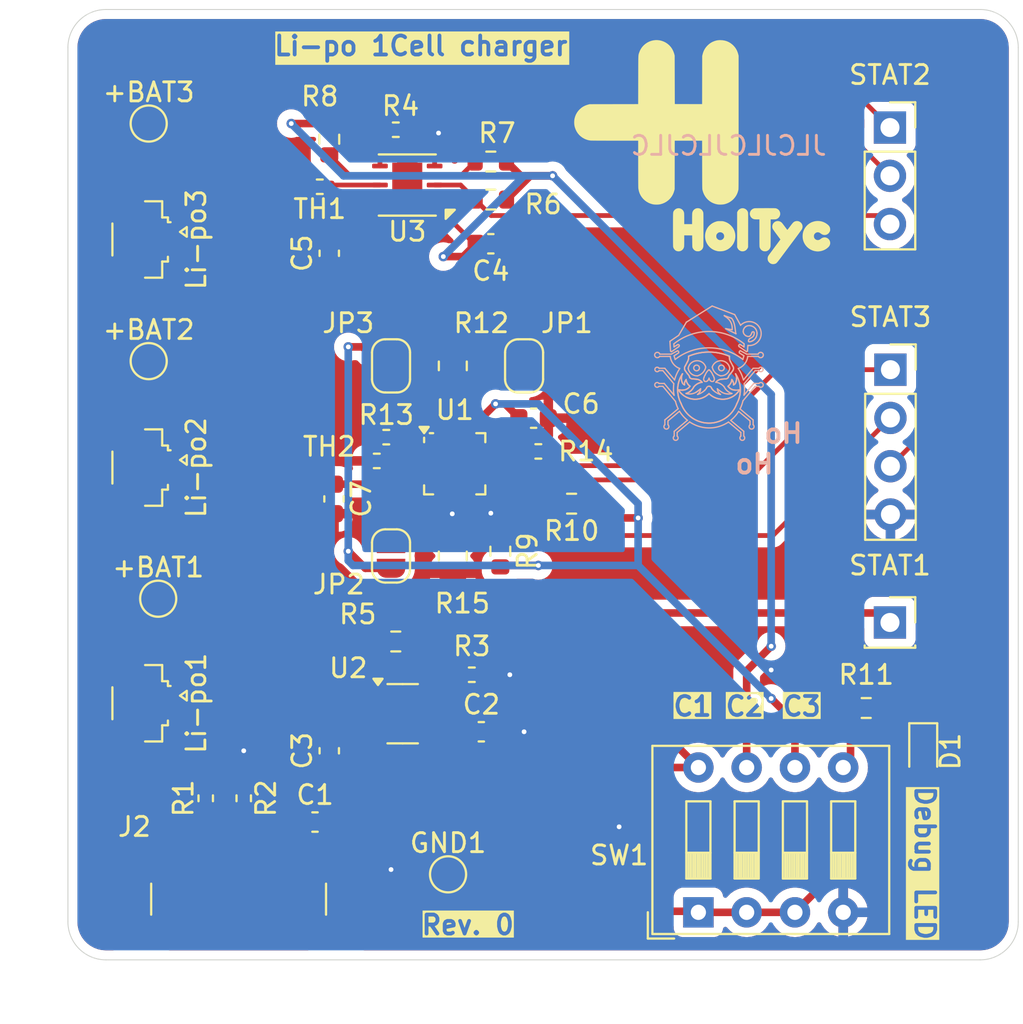
<source format=kicad_pcb>
(kicad_pcb (version 20240108) (generator "pcbnew") (generator_version "8.0")
  (layers (0 "F.Cu" signal) (31 "B.Cu" signal) (34 "B.Paste" user) (35 "F.Paste" user) (36 "B.SilkS" user "B.Silkscreen") (37 "F.SilkS" user "F.Silkscreen") (38 "B.Mask" user) (39 "F.Mask" user) (44 "Edge.Cuts" user))
  (net 0 "")
  (net 1 "+BATT")
  (net 2 "+BATT1")
  (net 3 "+BATT2")
  (net 4 "VBUS")
  (net 5 "GND")
  (net 6 "Net-(J2-CC1)")
  (net 7 "Net-(J2-CC2)")
  (net 8 "Net-(U2-PROG)")
  (net 9 "Net-(U3-PROG)")
  (net 10 "Net-(U1-ISET)")
  (net 11 "Net-(U1-ILIM)")
  (net 12 "Net-(U3-THERM)")
  (net 13 "Net-(U1-TS)")
  (net 14 "Net-(JP2-B)")
  (net 15 "Vbus_3")
  (net 16 "OUT")
  (net 17 "Net-(JP3-B)")
  (net 18 "Net-(JP1-B)")
  (net 19 "Net-(STAT3-Pin_2)")
  (net 20 "Net-(STAT3-Pin_1)")
  (net 21 "Vbus_1")
  (net 22 "Net-(STAT1-Pin_1)")
  (net 23 "Vbus_2")
  (net 24 "Net-(STAT2-Pin_2)")
  (net 25 "Net-(STAT2-Pin_3)")
  (net 26 "Net-(STAT2-Pin_1)")
  (net 27 "Net-(D1-K)")
  (net 28 "Net-(R11-Pad2)")
  (footprint "Jumper:SolderJumper-2_P1.3mm_Open_RoundedPad1.0x1.5mm" (layer "F.Cu") (at 156.25 75.25 -90)
    (property "Reference" "JP3")
    (property "Value" "SolderJumper_2_Open" (hide yes))
  )
  (footprint "Resistor_SMD:R_0402_1005Metric" (layer "F.Cu") (at 152.5 65.825 180)
    (property "Reference" "TH1")
    (property "Value" "Thermistor_NTC" (hide yes))
  )
  (footprint "Resistor_SMD:R_0402_1005Metric" (layer "F.Cu") (at 164 79.75 180)
    (property "Reference" "R14")
    (property "Value" "4.3k")
  )
  (footprint "Resistor_SMD:R_0805_2012Metric" (layer "F.Cu") (at 159.5 85.25 90)
    (property "Reference" "R15")
    (property "Value" "0")
  )
  (footprint "Connector_JST:JST_SUR_SM02B-SURS-TF_1x02-1MP_P0.80mm_Horizontal" (layer "F.Cu") (at 143 80.6 -90)
    (property "Reference" "Li-po2")
    (property "Value" "Conn_01x02_Socket" (hide yes))
  )
  (footprint "Button_Switch_THT:SW_DIP_SPSTx04_Slide_9.78x12.34mm_W7.62mm_P2.54mm" (layer "F.Cu") (at 172.42 104 90)
    (property "Reference" "SW1")
    (property "Value" "SW_DIP_x04" (hide yes))
  )
  (footprint "Capacitor_SMD:C_0603_1608Metric" (layer "F.Cu") (at 153 95.5 90)
    (property "Reference" "C3")
    (property "Value" "4.7uF" (hide yes))
  )
  (footprint "Connector_PinSocket_2.54mm:PinSocket_1x01_P2.54mm_Vertical" (layer "F.Cu") (at 182.5 88.75)
    (property "Reference" "STAT1")
    (property "Value" "STAT" (hide yes))
  )
  (footprint "Resistor_SMD:R_0603_1608Metric" (layer "F.Cu") (at 181.25 93.25 180)
    (property "Reference" "R11")
    (property "Value" "330")
  )
  (footprint "Resistor_SMD:R_0603_1608Metric" (layer "F.Cu") (at 165.75 82.5 180)
    (property "Reference" "R10")
    (property "Value" "10k")
  )
  (footprint "Capacitor_SMD:C_0603_1608Metric" (layer "F.Cu") (at 153.25 82.25 -90)
    (property "Reference" "C7")
    (property "Value" "4.7uF")
  )
  (footprint "Resistor_SMD:R_0603_1608Metric" (layer "F.Cu") (at 162 85 -90)
    (property "Reference" "R9")
    (property "Value" "10k")
  )
  (footprint "Resistor_SMD:R_0402_1005Metric" (layer "F.Cu") (at 156 79)
    (property "Reference" "R13")
    (property "Value" "4.3k")
  )
  (footprint "Capacitor_SMD:C_0603_1608Metric" (layer "F.Cu") (at 161.5 68.825 180)
    (property "Reference" "C4")
    (property "Value" "1uF" (hide yes))
  )
  (footprint "Package_TO_SOT_SMD:SOT-23-5" (layer "F.Cu") (at 156.8625 93.55)
    (property "Reference" "U2")
    (property "Value" "MCP73831-3-OT" (hide yes))
  )
  (footprint "Resistor_SMD:R_0402_1005Metric" (layer "F.Cu") (at 146.5 98 90)
    (property "Reference" "R1")
    (property "Value" "5K1")
  )
  (footprint "TestPoint:TestPoint_Pad_D1.5mm" (layer "F.Cu") (at 159.25 102)
    (property "Reference" "GND1")
    (property "Value" "GND" (hide yes))
  )
  (footprint "Resistor_SMD:R_0402_1005Metric" (layer "F.Cu") (at 156.5 62.825 180)
    (property "Reference" "R4")
    (property "Value" "5K1" (hide yes))
  )
  (footprint "Capacitor_SMD:C_0603_1608Metric" (layer "F.Cu") (at 163.75 78 180)
    (property "Reference" "C6")
    (property "Value" "1uF")
  )
  (footprint "Jumper:SolderJumper-2_P1.3mm_Open_RoundedPad1.0x1.5mm" (layer "F.Cu") (at 156.25 85.25 90)
    (property "Reference" "JP2")
    (property "Value" "SolderJumper_2_Open" (hide yes))
  )
  (footprint "Resistor_SMD:R_0603_1608Metric" (layer "F.Cu") (at 161.5 66.5 180)
    (property "Reference" "R6")
    (property "Value" "10k" (hide yes))
  )
  (footprint "Resistor_SMD:R_0402_1005Metric" (layer "F.Cu") (at 160.5 91.5 180)
    (property "Reference" "R3")
    (property "Value" "5K1" (hide yes))
  )
  (footprint "Resistor_SMD:R_0805_2012Metric" (layer "F.Cu") (at 159.5 75.25 -90)
    (property "Reference" "R12")
    (property "Value" "0")
  )
  (footprint "Capacitor_SMD:C_0603_1608Metric" (layer "F.Cu") (at 153 69.325 90)
    (property "Reference" "C5")
    (property "Value" "1uF")
  )
  (footprint "Resistor_SMD:R_0603_1608Metric" (layer "F.Cu") (at 156.5 89.75)
    (property "Reference" "R5")
    (property "Value" "10k" (hide yes))
  )
  (footprint "Jumper:SolderJumper-2_P1.3mm_Open_RoundedPad1.0x1.5mm" (layer "F.Cu") (at 163.25 75.25 -90)
    (property "Reference" "JP1")
    (property "Value" "SolderJumper_2_Open" (hide yes))
  )
  (footprint "Package_DFN_QFN:VQFN-16-1EP_3x3mm_P0.5mm_EP1.6x1.6mm" (layer "F.Cu") (at 159.6 80.4)
    (property "Reference" "U1")
    (property "Value" "BQ24073RGT" (hide yes))
  )
  (footprint "TestPoint:TestPoint_Pad_D1.5mm" (layer "F.Cu") (at 144 87.5)
    (property "Reference" "+BAT1")
    (property "Value" "2.8-4.35V" (hide yes))
  )
  (footprint "Connector_PinSocket_2.54mm:PinSocket_1x04_P2.54mm_Vertical" (layer "F.Cu") (at 182.525 75.45)
    (property "Reference" "STAT3")
    (property "Value" "Conn_01x04_Pin" (hide yes))
  )
  (footprint "Resistor_SMD:R_0402_1005Metric" (layer "F.Cu") (at 148.5 98 -90)
    (property "Reference" "R2")
    (property "Value" "5K1")
  )
  (footprint "Connector_JST:JST_SUR_SM02B-SURS-TF_1x02-1MP_P0.80mm_Horizontal" (layer "F.Cu") (at 143 93 -90)
    (property "Reference" "Li-po1")
    (property "Value" "Conn_01x02_Socket" (hide yes))
  )
  (footprint "Connector_JST:JST_SUR_SM02B-SURS-TF_1x02-1MP_P0.80mm_Horizontal" (layer "F.Cu") (at 143 68.6 -90)
    (property "Reference" "Li-po3")
    (property "Value" "Conn_01x02_Socket" (hide yes))
  )
  (footprint "TestPoint:TestPoint_Pad_D1.5mm" (layer "F.Cu") (at 143.5 62.5)
    (property "Reference" "+BAT3")
    (property "Value" "2.8-4.35V" (hide yes))
  )
  (footprint "Connector_USB:USB_C_Receptacle_GCT_USB4135-GF-A_6P_TopMnt_Horizontal" (layer "F.Cu") (at 148.23 104.5325)
    (property "Reference" "J2")
    (property "Value" "USB_C_Receptacle_PowerOnly_6P")
  )
  (footprint "LOGO" (layer "F.Cu") (at 173.5 64.25)
    (property "Reference" "G***" (hide yes))
    (property "Value" "LOGO" (hide yes))
  )
  (footprint "Resistor_SMD:R_0603_1608Metric" (layer "F.Cu") (at 161.5 64.5 180)
    (property "Reference" "R7")
    (property "Value" "10k" (hide yes))
  )
  (footprint "Capacitor_SMD:C_0603_1608Metric" (layer "F.Cu") (at 152.25 99.25)
    (property "Reference" "C1")
    (property "Value" "10u")
  )
  (footprint "Connector_PinSocket_2.54mm:PinSocket_1x03_P2.54mm_Vertical" (layer "F.Cu") (at 182.5 62.71)
    (property "Reference" "STAT2")
    (property "Value" "STAT" (hide yes))
  )
  (footprint "Capacitor_SMD:C_0603_1608Metric" (layer "F.Cu") (at 161 94.5)
    (property "Reference" "C2")
    (property "Value" "4.7uF" (hide yes))
  )
  (footprint "Resistor_SMD:R_0402_1005Metric" (layer "F.Cu") (at 155.5 80.25 180)
    (property "Reference" "TH2")
    (property "Value" "Thermistor_NTC" (hide yes))
  )
  (footprint "LED_SMD:LED_0603_1608Metric" (layer "F.Cu") (at 184.25 95.5375 -90)
    (property "Reference" "D1")
    (property "Value" "LED")
  )
  (footprint "Resistor_SMD:R_0603_1608Metric" (layer "F.Cu") (at 153 63.325 -90)
    (property "Reference" "R8")
    (property "Value" "10k" (hide yes))
  )
  (footprint "TestPoint:TestPoint_Pad_D1.5mm" (layer "F.Cu") (at 143.5 75)
    (property "Reference" "+BAT2")
    (property "Value" "2.8-4.35V" (hide yes))
  )
  (footprint "Package_DFN_QFN:DFN-10-1EP_3x3mm_P0.5mm_EP1.58x2.35mm" (layer "F.Cu") (at 157.105 65.735 180)
    (property "Reference" "U3")
    (property "Value" "MCP73833-xxx-MF" (hide yes))
  )
  (gr_arc (start 171.324274 74.136233) (mid 171.406185 74.155801) (end 171.389588 74.238365) (stroke (width 0.07)) (layer "B.SilkS"))
  (gr_line (start 171.129006 76.18944) (end 170.550497 75.5) (stroke (width 0.07)) (layer "B.SilkS"))
  (gr_line (start 174.828108 76.18944) (end 175.406617 75.5) (stroke (width 0.07)) (layer "B.SilkS"))
  (gr_arc (start 172.807803 75.315087) (mid 172.655386 75.60362) (end 172.375525 75.771431) (stroke (width 0.07)) (layer "B.SilkS"))
  (gr_arc (start 171.687454 76.250041) (mid 171.704676 76.102298) (end 171.776698 75.972154) (stroke (width 0.07)) (layer "B.SilkS"))
  (gr_arc (start 170.82011 78.345694) (mid 170.737901 78.575148) (end 170.655693 78.345694) (stroke (width 0.07)) (layer "B.SilkS"))
  (gr_arc (start 172.843646 76.422236) (mid 172.894581 76.348921) (end 172.978557 76.31863) (stroke (width 0.07)) (layer "B.SilkS"))
  (gr_arc (start 171.902786 74.743437) (mid 172.978557 74.522795) (end 174.054328 74.743437) (stroke (width 0.07)) (layer "B.SilkS"))
  (gr_arc (start 171.885762 75.377419) (mid 172.322002 74.979693) (end 172.807803 75.315087) (stroke (width 0.07)) (layer "B.SilkS"))
  (gr_arc (start 172.999768 75.46603) (mid 173.106084 75.588616) (end 173.180741 75.732688) (stroke (width 0.07)) (layer "B.SilkS"))
  (gr_line (start 174.629472 74.452611) (end 174.963916 74.633021) (stroke (width 0.07)) (layer "B.SilkS"))
  (gr_arc (start 174.592699 76.50367) (mid 173.835557 76.996861) (end 172.978557 76.710415) (stroke (width 0.07)) (layer "B.SilkS"))
  (gr_line (start 171.722426 75.492125) (end 171.843098 75.660807) (stroke (width 0.07)) (layer "B.SilkS"))
  (gr_arc (start 174.539489 77.64432) (mid 174.351283 77.898914) (end 174.121828 78.117065) (stroke (width 0.07)) (layer "B.SilkS"))
  (gr_curve (pts (xy 175.448545 73.75607) (xy 175.485442 73.687107) (xy 175.506993 73.605559) (xy 175.504596 73.524955)) (stroke (width 0.07)) (layer "B.SilkS"))
  (gr_arc (start 174.184925 76.703047) (mid 173.944142 76.569851) (end 173.775675 76.352281) (stroke (width 0.07)) (layer "B.SilkS"))
  (gr_arc (start 171.902786 74.743437) (mid 171.897736 74.890867) (end 171.845694 75.028899) (stroke (width 0.07)) (layer "B.SilkS"))
  (gr_line (start 175.302416 75.376605) (end 175.606617 75.376605) (stroke (width 0.07)) (layer "B.SilkS"))
  (gr_arc (start 174.11142 75.028899) (mid 174.059377 74.890867) (end 174.054328 74.743437) (stroke (width 0.07)) (layer "B.SilkS"))
  (gr_arc (start 171.722426 75.492125) (mid 171.690231 75.367056) (end 171.734104 75.24559) (stroke (width 0.07)) (layer "B.SilkS"))
  (gr_arc (start 172.296137 76.63885) (mid 172.040631 76.723735) (end 171.772189 76.703047) (stroke (width 0.07)) (layer "B.SilkS"))
  (gr_arc (start 174.579404 74.569246) (mid 174.57514 74.498345) (end 174.629472 74.452611) (stroke (width 0.07)) (layer "B.SilkS"))
  (gr_line (start 170.625528 76.176605) (end 171.144281 76.794831) (stroke (width 0.07)) (layer "B.SilkS"))
  (gr_arc (start 171.125655 76.709662) (mid 171.109483 76.449436) (end 171.129006 76.18944) (stroke (width 0.07)) (layer "B.SilkS"))
  (gr_line (start 174.234688 75.492125) (end 174.114016 75.660807) (stroke (width 0.07)) (layer "B.SilkS"))
  (gr_arc (start 174.184925 76.703047) (mid 173.916483 76.723735) (end 173.660977 76.63885) (stroke (width 0.07)) (layer "B.SilkS"))
  (gr_line (start 170.993198 74.633021) (end 170.393198 74.633021) (stroke (width 0.07)) (layer "B.SilkS"))
  (gr_arc (start 174.071352 75.377419) (mid 173.903446 75.670107) (end 173.581589 75.771431) (stroke (width 0.07)) (layer "B.SilkS"))
  (gr_arc (start 172.540853 76.454081) (mid 172.489947 76.620742) (end 172.376915 76.753374) (stroke (width 0.07)) (layer "B.SilkS"))
  (gr_arc (start 172.540853 76.454081) (mid 172.422154 76.551311) (end 172.296137 76.63885) (stroke (width 0.07)) (layer "B.SilkS"))
  (gr_arc (start 171.722426 75.492125) (mid 171.690231 75.367056) (end 171.734104 75.24559) (stroke (width 0.07)) (layer "B.SilkS"))
  (gr_line (start 174.820287 74.2514) (end 174.82738 74.091557) (stroke (width 0.07)) (layer "B.SilkS"))
  (gr_line (start 174.831459 76.709662) (end 174.817356 76.78944) (stroke (width 0.07)) (layer "B.SilkS"))
  (gr_arc (start 174.567526 74.238365) (mid 174.550923 74.155751) (end 174.63284 74.136233) (stroke (width 0.07)) (layer "B.SilkS"))
  (gr_arc (start 172.978557 75.896749) (mid 172.955975 75.960945) (end 172.917092 76.016796) (stroke (width 0.07)) (layer "B.SilkS"))
  (gr_line (start 171.324274 74.136233) (end 171.136827 74.2514) (stroke (width 0.07)) (layer "B.SilkS"))
  (gr_arc (start 171.010711 74.500408) (mid 170.971968 74.490852) (end 170.953438 74.455511) (stroke (width 0.07)) (layer "B.SilkS"))
  (gr_line (start 173.859402 73.291733) (end 174.396642 73.559051) (stroke (width 0.07)) (layer "B.SilkS"))
  (gr_arc (start 171.511808 77.232596) (mid 171.331551 76.440128) (end 171.582959 75.667282) (stroke (width 0.07)) (layer "B.SilkS"))
  (gr_arc (start 172.129858 75.935888) (mid 172.040797 75.919287) (end 171.967663 75.86582) (stroke (width 0.07)) (layer "B.SilkS"))
  (gr_arc (start 172.776373 75.732688) (mid 172.85103 75.588616) (end 172.957346 75.46603) (stroke (width 0.07)) (layer "B.SilkS"))
  (gr_arc (start 174.828108 76.18944) (mid 174.847631 76.449436) (end 174.831459 76.709662) (stroke (width 0.07)) (layer "B.SilkS"))
  (gr_line (start 173.827256 75.935888) (end 173.642358 75.950997) (stroke (width 0.07)) (layer "B.SilkS"))
  (gr_curve (pts (xy 175.278855 73.927295) (xy 175.358693 73.882178) (xy 175.411396 73.825502) (xy 175.448545 73.75607)) (stroke (width 0.07)) (layer "B.SilkS"))
  (gr_arc (start 171.843098 75.660807) (mid 171.920115 75.754361) (end 171.967663 75.86582) (stroke (width 0.07)) (layer "B.SilkS"))
  (gr_arc (start 174.592699 76.50367) (mid 174.475638 76.5231) (end 174.356981 76.52414) (stroke (width 0.07)) (layer "B.SilkS"))
  (gr_arc (start 174.374155 75.667282) (mid 174.625563 76.440128) (end 174.445306 77.232596) (stroke (width 0.07)) (layer "B.SilkS"))
  (gr_circle (center 173.632119 75.359296) (end 173.782119 75.359296) (stroke (width 0.07)) (fill none) (layer "B.SilkS"))
  (gr_arc (start 171.978693 76.319322) (mid 171.8139 76.46699) (end 171.600133 76.52414) (stroke (width 0.07)) (layer "B.SilkS"))
  (gr_circle (center 172.324995 75.359296) (end 172.474995 75.359296) (stroke (width 0.07)) (fill none) (layer "B.SilkS"))
  (gr_line (start 174.539489 77.64432) (end 175.137004 78.145694) (stroke (width 0.07)) (layer "B.SilkS"))
  (gr_arc (start 172.314756 75.950997) (mid 172.48265 76.000166) (end 172.617397 76.111741) (stroke (width 0.07)) (layer "B.SilkS"))
  (gr_line (start 171.961277 78.198471) (end 171.303168 78.75069) (stroke (width 0.07)) (layer "B.SilkS"))
  (gr_arc (start 170.35 76.323396) (mid 170.125956 76.25) (end 170.35 76.176605) (stroke (width 0.07)) (layer "B.SilkS"))
  (gr_line (start 174.22301 75.24559) (end 174.11142 75.028899) (stroke (width 0.07)) (layer "B.SilkS"))
  (gr_arc (start 173.23844 75.858808) (mid 173.259737 75.958464) (end 173.220465 76.052499) (stroke (width 0.07)) (layer "B.SilkS"))
  (gr_line (start 170.923506 73.956408) (end 170.953438 74.455511) (stroke (width 0.07)) (layer "B.SilkS"))
  (gr_line (start 174.002808 78.20432) (end 174.653946 78.75069) (stroke (width 0.07)) (layer "B.SilkS"))
  (gr_line (start 171.136827 74.2514) (end 171.129734 74.091557) (stroke (width 0.07)) (layer "B.SilkS"))
  (gr_line (start 173.781214 72.604218) (end 174.168559 72.745316) (stroke (width 0.07)) (layer "B.SilkS"))
  (gr_curve (pts (xy 174.396642 73.559051) (xy 174.360729 73.491551) (xy 174.367848 72.970903) (xy 174.168559 72.745316)) (stroke (width 0.07)) (layer "B.SilkS"))
  (gr_arc (start 171.842916 78.110662) (mid 171.614719 77.891254) (end 171.42796 77.635647) (stroke (width 0.07)) (layer "B.SilkS"))
  (gr_arc (start 171.303168 78.941669) (mid 171.226142 79.167895) (end 171.149117 78.941669) (stroke (width 0.07)) (layer "B.SilkS"))
  (gr_curve (pts (xy 174.77977 73.452779) (xy 174.786478 73.540508) (xy 174.841878 73.616895) (xy 174.914907 73.661628)) (stroke (width 0.07)) (layer "B.SilkS"))
  (gr_line (start 171.386402 73.641245) (end 170.923506 73.956408) (stroke (width 0.07)) (layer "B.SilkS"))
  (gr_line (start 175.331586 76.176605) (end 175.607114 76.176605) (stroke (width 0.07)) (layer "B.SilkS"))
  (gr_line (start 170.55 76.323396) (end 170.35 76.323396) (stroke (width 0.07)) (layer "B.SilkS"))
  (gr_arc (start 174.180416 75.972154) (mid 174.117076 76.167648) (end 173.978421 76.319322) (stroke (width 0.07)) (layer "B.SilkS"))
  (gr_line (start 171.14122 74.720508) (end 171.198039 74.911696) (stroke (width 0.07)) (layer "B.SilkS"))
  (gr_line (start 173.642358 75.950997) (end 173.827256 75.935888) (stroke (width 0.07)) (layer "B.SilkS"))
  (gr_line (start 172.129858 75.935888) (end 172.314756 75.950997) (stroke (width 0.07)) (layer "B.SilkS"))
  (gr_arc (start 174.374155 75.667282) (mid 174.625563 76.440128) (end 174.445306 77.232596) (stroke (width 0.07)) (layer "B.SilkS"))
  (gr_curve (pts (xy 175.357591 73.506332) (xy 175.365989 73.755255) (xy 175.182641 73.758092) (xy 175.10072 73.832852)) (stroke (width 0.07)) (layer "B.SilkS"))
  (gr_line (start 175.003676 74.455511) (end 175.025773 74.176384) (stroke (width 0.07)) (layer "B.SilkS"))
  (gr_arc (start 174.180416 75.972154) (mid 174.252439 76.102298) (end 174.26966 76.250041) (stroke (width 0.07)) (layer "B.SilkS"))
  (gr_arc (start 171.978693 76.319322) (mid 171.840037 76.167649) (end 171.776698 75.972154) (stroke (width 0.07)) (layer "B.SilkS"))
  (gr_line (start 171.010711 74.500408) (end 171.389588 74.238365) (stroke (width 0.07)) (layer "B.SilkS"))
  (gr_arc (start 174.592699 76.50367) (mid 173.835557 76.996861) (end 172.978557 76.710415) (stroke (width 0.07)) (layer "B.SilkS"))
  (gr_arc (start 171.582959 76.153333) (mid 171.528586 75.910308) (end 171.582959 75.667282) (stroke (width 0.07)) (layer "B.SilkS"))
  (gr_line (start 174.121828 78.117065) (end 174.807997 78.692829) (stroke (width 0.07)) (layer "B.SilkS"))
  (gr_line (start 171.214769 77.115637) (end 170.55 76.323396) (stroke (width 0.07)) (layer "B.SilkS"))
  (gr_arc (start 172.540853 76.454081) (mid 172.422154 76.551311) (end 172.296137 76.63885) (stroke (width 0.07)) (layer "B.SilkS"))
  (gr_arc (start 173.989451 75.86582) (mid 174.03699 75.754353) (end 174.114016 75.660807) (stroke (width 0.07)) (layer "B.SilkS"))
  (gr_curve (pts (xy 175.504596 73.524955) (xy 175.502172 73.443464) (xy 175.475269 73.362938) (xy 175.424742 73.295375)) (stroke (width 0.07)) (layer "B.SilkS"))
  (gr_arc (start 171.356121 77.505099) (mid 171.274335 77.3144) (end 171.214769 77.115637) (stroke (width 0.07)) (layer "B.SilkS"))
  (gr_arc (start 171.582959 76.153333) (mid 171.528586 75.910308) (end 171.582959 75.667282) (stroke (width 0.07)) (layer "B.SilkS"))
  (gr_arc (start 171.687454 76.250041) (mid 171.625365 76.212321) (end 171.582959 76.153333) (stroke (width 0.07)) (layer "B.SilkS"))
  (gr_arc (start 173.989451 75.86582) (mid 173.916316 75.919285) (end 173.827256 75.935888) (stroke (width 0.07)) (layer "B.SilkS"))
  (gr_arc (start 172.978557 76.710415) (mid 172.121557 76.996861) (end 171.364415 76.50367) (stroke (width 0.07)) (layer "B.SilkS"))
  (gr_arc (start 172.181439 76.352281) (mid 172.012973 76.569852) (end 171.772189 76.703047) (stroke (width 0.07)) (layer "B.SilkS"))
  (gr_line (start 172.957346 75.46603) (end 172.999768 75.46603) (stroke (width 0.07)) (layer "B.SilkS"))
  (gr_line (start 175.406617 75.5) (end 175.606617 75.5) (stroke (width 0.07)) (layer "B.SilkS"))
  (gr_line (start 171.303168 78.75069) (end 171.303168 78.941669) (stroke (width 0.07)) (layer "B.SilkS"))
  (gr_arc (start 171.978693 76.319322) (mid 171.8139 76.46699) (end 171.600133 76.52414) (stroke (width 0.07)) (layer "B.SilkS"))
  (gr_line (start 171.149117 78.692829) (end 171.842916 78.110662) (stroke (width 0.07)) (layer "B.SilkS"))
  (gr_line (start 173.859402 73.291733) (end 174.199115 73.348352) (stroke (width 0.07)) (layer "B.SilkS"))
  (gr_arc (start 172.978557 76.31863) (mid 173.062533 76.348921) (end 173.113468 76.422236) (stroke (width 0.07)) (layer "B.SilkS"))
  (gr_line (start 174.946403 74.500408) (end 174.567526 74.238365) (stroke (width 0.07)) (layer "B.SilkS"))
  (gr_arc (start 170.350497 75.5) (mid 170.132995 75.438302) (end 170.350497 75.376605) (stroke (width 0.07)) (layer "B.SilkS"))
  (gr_line (start 174.788186 75.98944) (end 175.302416 75.376605) (stroke (width 0.07)) (layer "B.SilkS"))
  (gr_arc (start 174.374155 75.667282) (mid 174.428529 75.910308) (end 174.374155 76.153333) (stroke (width 0.07)) (layer "B.SilkS"))
  (gr_line (start 174.114016 75.660807) (end 174.234688 75.492125) (stroke (width 0.07)) (layer "B.SilkS"))
  (gr_arc (start 174.22301 75.24559) (mid 174.266885 75.367056) (end 174.234688 75.492125) (stroke (width 0.07)) (layer "B.SilkS"))
  (gr_line (start 170.655693 78.092829) (end 171.356121 77.505099) (stroke (width 0.07)) (layer "B.SilkS"))
  (gr_arc (start 171.43999 75.38944) (mid 171.099953 75.142092) (end 170.940735 74.752918) (stroke (width 0.07)) (layer "B.SilkS"))
  (gr_arc (start 172.756371 76.532504) (mid 172.579852 76.665632) (end 172.376915 76.753374) (stroke (width 0.07)) (layer "B.SilkS"))
  (gr_arc (start 175.016379 74.752918) (mid 174.857163 75.142093) (end 174.517124 75.38944) (stroke (width 0.07)) (layer "B.SilkS"))
  (gr_arc (start 172.843646 76.422236) (mid 172.803059 76.479784) (end 172.756371 76.532504) (stroke (width 0.07)) (layer "B.SilkS"))
  (gr_arc (start 173.580199 76.753374) (mid 173.377262 76.665633) (end 173.200743 76.532504) (stroke (width 0.07)) (layer "B.SilkS"))
  (gr_arc (start 171.327642 74.452611) (mid 171.38195 74.498362) (end 171.37771 74.569246) (stroke (width 0.07)) (layer "B.SilkS"))
  (gr_line (start 171.37771 74.569246) (end 171.14122 74.720508) (stroke (width 0.07)) (layer "B.SilkS"))
  (gr_line (start 171.168928 75.98944) (end 170.654698 75.376605) (stroke (width 0.07)) (layer "B.SilkS"))
  (gr_arc (start 174.11142 75.028899) (mid 174.059377 74.890867) (end 174.054328 74.743437) (stroke (width 0.07)) (layer "B.SilkS"))
  (gr_arc (start 171.511808 77.232596) (mid 171.331551 76.440128) (end 171.582959 75.667282) (stroke (width 0.07)) (layer "B.SilkS"))
  (gr_curve (pts (xy 175.068471 73.970293) (xy 175.103983 74.002163) (xy 175.203504 73.969877) (xy 175.278855 73.927295)) (stroke (width 0.07)) (layer "B.SilkS"))
  (gr_arc (start 172.129858 75.935888) (mid 172.040797 75.919287) (end 171.967663 75.86582) (stroke (width 0.07)) (layer "B.SilkS"))
  (gr_line (start 172.129858 75.935888) (end 172.314756 75.950997) (stroke (width 0.07)) (layer "B.SilkS"))
  (gr_line (start 175.57815 74.752918) (end 175.016379 74.752918) (stroke (width 0.07)) (layer "B.SilkS"))
  (gr_arc (start 174.640863 73.11265) (mid 175.686623 73.335751) (end 175.025773 74.176384) (stroke (width 0.07)) (layer "B.SilkS"))
  (gr_arc (start 171.978693 76.319322) (mid 171.840037 76.167649) (end 171.776698 75.972154) (stroke (width 0.07)) (layer "B.SilkS"))
  (gr_arc (start 172.375525 75.771431) (mid 172.053668 75.670107) (end 171.885762 75.377419) (stroke (width 0.07)) (layer "B.SilkS"))
  (gr_arc (start 172.978557 76.710415) (mid 172.121557 76.996861) (end 171.364415 76.50367) (stroke (width 0.07)) (layer "B.SilkS"))
  (gr_arc (start 173.040022 76.016796) (mid 173.001138 75.960946) (end 172.978557 75.896749) (stroke (width 0.07)) (layer "B.SilkS"))
  (gr_line (start 171.42796 77.635647) (end 170.82011 78.145694) (stroke (width 0.07)) (layer "B.SilkS"))
  (gr_arc (start 171.687454 76.250041) (mid 171.704676 76.102298) (end 171.776698 75.972154) (stroke (width 0.07)) (layer "B.SilkS"))
  (gr_arc (start 173.200743 76.532504) (mid 173.154059 76.479782) (end 173.113468 76.422236) (stroke (width 0.07)) (layer "B.SilkS"))
  (gr_arc (start 172.314756 75.950997) (mid 172.48265 76.000166) (end 172.617397 76.111741) (stroke (width 0.07)) (layer "B.SilkS"))
  (gr_arc (start 172.718674 75.858808) (mid 172.740682 75.792618) (end 172.776373 75.732688) (stroke (width 0.07)) (layer "B.SilkS"))
  (gr_arc (start 171.198039 74.911696) (mid 172.978557 74.300747) (end 174.759075 74.911696) (stroke (width 0.07)) (layer "B.SilkS"))
  (gr_line (start 170.378964 74.752918) (end 170.940735 74.752918) (stroke (width 0.07)) (layer "B.SilkS"))
  (gr_arc (start 174.445306 77.232596) (mid 172.978557 78.261327) (end 171.511808 77.232596) (stroke (width 0.07)) (layer "B.SilkS"))
  (gr_line (start 175.407114 76.323396) (end 174.763888 77.089963) (stroke (width 0.07)) (layer "B.SilkS"))
  (gr_arc (start 171.168928 75.98944) (mid 171.278334 75.677637) (end 171.43999 75.38944) (stroke (width 0.07)) (layer "B.SilkS"))
  (gr_line (start 174.815894 74.720508) (end 174.759075 74.911696) (stroke (width 0.07)) (layer "B.SilkS"))
  (gr_arc (start 173.989451 75.86582) (mid 174.03699 75.754353) (end 174.114016 75.660807) (stroke (width 0.07)) (layer "B.SilkS"))
  (gr_arc (start 173.989451 75.86582) (mid 173.916316 75.919285) (end 173.827256 75.935888) (stroke (width 0.07)) (layer "B.SilkS"))
  (gr_line (start 170.550497 75.5) (end 170.350497 75.5) (stroke (width 0.07)) (layer "B.SilkS"))
  (gr_arc (start 174.356981 76.52414) (mid 174.143215 76.466989) (end 173.978421 76.319322) (stroke (width 0.07)) (layer "B.SilkS"))
  (gr_arc (start 171.129734 74.091557) (mid 172.978557 73.440329) (end 174.82738 74.091557) (stroke (width 0.07)) (layer "B.SilkS"))
  (gr_arc (start 174.180416 75.972154) (mid 174.252439 76.102298) (end 174.26966 76.250041) (stroke (width 0.07)) (layer "B.SilkS"))
  (gr_arc (start 173.220465 76.052499) (mid 173.123032 76.071096) (end 173.040022 76.016796) (stroke (width 0.07)) (layer "B.SilkS"))
  (gr_curve (pts (xy 175.10072 73.832852) (xy 175.052966 73.876432) (xy 175.039678 73.944452) (xy 175.068471 73.970293)) (stroke (width 0.07)) (layer "B.SilkS"))
  (gr_line (start 171.327642 74.452611) (end 170.993198 74.633021) (stroke (width 0.07)) (layer "B.SilkS"))
  (gr_line (start 174.579404 74.569246) (end 174.815894 74.720508) (stroke (width 0.07)) (layer "B.SilkS"))
  (gr_arc (start 173.581589 75.771431) (mid 173.30173 75.603619) (end 173.149311 75.315087) (stroke (width 0.07)) (layer "B.SilkS"))
  (gr_arc (start 174.180416 75.972154) (mid 174.117076 76.167648) (end 173.978421 76.319322) (stroke (width 0.07)) (layer "B.SilkS"))
  (gr_line (start 175.301421 78.092829) (end 175.301421 78.345694) (stroke (width 0.07)) (layer "B.SilkS"))
  (gr_line (start 173.144243 72.100452) (end 174.331007 72.55266) (stroke (width 0.07)) (layer "B.SilkS"))
  (gr_line (start 171.845694 75.028899) (end 171.734104 75.24559) (stroke (width 0.07)) (layer "B.SilkS"))
  (gr_curve (pts (xy 175.117612 73.686966) (xy 175.176729 73.655495) (xy 175.20809 73.57444) (xy 175.23945 73.493384)) (stroke (width 0.07)) (layer "B.SilkS"))
  (gr_line (start 171.149117 78.692829) (end 171.149117 78.941669) (stroke (width 0.07)) (layer "B.SilkS"))
  (gr_arc (start 174.517124 75.38944) (mid 174.67878 75.677638) (end 174.788186 75.98944) (stroke (width 0.07)) (layer "B.SilkS"))
  (gr_line (start 174.963916 74.633021) (end 175.563916 74.633021) (stroke (width 0.07)) (layer "B.SilkS"))
  (gr_curve (pts (xy 174.914907 73.661628) (xy 174.981086 73.702165) (xy 175.061744 73.716707) (xy 175.117612 73.686966)) (stroke (width 0.07)) (layer "B.SilkS"))
  (gr_line (start 170.655693 78.092829) (end 170.655693 78.345694) (stroke (width 0.07)) (layer "B.SilkS"))
  (gr_arc (start 175.301421 78.345694) (mid 175.219213 78.575147) (end 175.137004 78.345694) (stroke (width 0.07)) (layer "B.SilkS"))
  (gr_arc (start 174.807997 78.941669) (mid 174.730972 79.167894) (end 174.653946 78.941669) (stroke (width 0.07)) (layer "B.SilkS"))
  (gr_arc (start 172.917092 76.016796) (mid 172.834082 76.071096) (end 172.736649 76.052499) (stroke (width 0.07)) (layer "B.SilkS"))
  (gr_arc (start 174.002808 78.20432) (mid 172.981146 78.514329) (end 171.961277 78.198471) (stroke (width 0.07)) (layer "B.SilkS"))
  (gr_curve (pts (xy 175.424742 73.295375) (xy 175.370986 73.223494) (xy 175.290488 73.166287) (xy 175.19593 73.142578)) (stroke (width 0.07)) (layer "B.SilkS"))
  (gr_arc (start 175.606617 75.376605) (mid 175.824117 75.438298) (end 175.606617 75.5) (stroke (width 0.07)) (layer "B.SilkS"))
  (gr_line (start 175.137004 78.145694) (end 175.137004 78.345694) (stroke (width 0.07)) (layer "B.SilkS"))
  (gr_line (start 174.611981 77.51432) (end 175.301421 78.092829) (stroke (width 0.07)) (layer "B.SilkS"))
  (gr_arc (start 171.843098 75.660807) (mid 171.920115 75.754361) (end 171.967663 75.86582) (stroke (width 0.07)) (layer "B.SilkS"))
  (gr_arc (start 171.600133 76.52414) (mid 171.481476 76.523094) (end 171.364415 76.50367) (stroke (width 0.07)) (layer "B.SilkS"))
  (gr_arc (start 173.339717 76.111741) (mid 173.474464 76.000164) (end 173.642358 75.950997) (stroke (width 0.07)) (layer "B.SilkS"))
  (gr_line (start 175.407114 76.323396) (end 175.607114 76.323396) (stroke (width 0.07)) (layer "B.SilkS"))
  (gr_line (start 174.817356 76.78944) (end 175.331586 76.176605) (stroke (width 0.07)) (layer "B.SilkS"))
  (gr_line (start 170.654698 75.376605) (end 170.350497 75.376605) (stroke (width 0.07)) (layer "B.SilkS"))
  (gr_arc (start 171.902786 74.743437) (mid 172.978557 74.522795) (end 174.054328 74.743437) (stroke (width 0.07)) (layer "B.SilkS"))
  (gr_arc (start 172.736649 76.052499) (mid 172.697379 75.958464) (end 172.718674 75.858808) (stroke (width 0.07)) (layer "B.SilkS"))
  (gr_arc (start 173.580199 76.753374) (mid 173.467168 76.620742) (end 173.416261 76.454081) (stroke (width 0.07)) (layer "B.SilkS"))
  (gr_arc (start 170.378964 74.752918) (mid 170.121624 74.661573) (end 170.393198 74.633021) (stroke (width 0.07)) (layer "B.SilkS"))
  (gr_arc (start 173.660977 76.63885) (mid 173.534959 76.551313) (end 173.416261 76.454081) (stroke (width 0.07)) (layer "B.SilkS"))
  (gr_curve (pts (xy 175.19593 73.142578) (xy 175.097664 73.11794) (xy 174.984211 73.12948) (xy 174.902621 73.190183)) (stroke (width 0.07)) (layer "B.SilkS"))
  (gr_arc (start 172.181439 76.352281) (mid 172.376528 76.190524) (end 172.617397 76.111741) (stroke (width 0.07)) (layer "B.SilkS"))
  (gr_line (start 171.144281 76.794831) (end 171.125655 76.709662) (stroke (width 0.07)) (layer "B.SilkS"))
  (gr_arc (start 175.003676 74.455511) (mid 174.98516 74.490888) (end 174.946403 74.500408) (stroke (width 0.07)) (layer "B.SilkS"))
  (gr_curve (pts (xy 173.781214 72.604218) (xy 173.769303 72.647501) (xy 174.236861 72.781265) (xy 174.199115 73.348352)) (stroke (width 0.07)) (layer "B.SilkS"))
  (gr_line (start 171.845694 75.028899) (end 171.734104 75.24559) (stroke (width 0.07)) (layer "B.SilkS"))
  (gr_line (start 174.807997 78.692829) (end 174.807997 78.941669) (stroke (width 0.07)) (layer "B.SilkS"))
  (gr_arc (start 174.374155 76.153333) (mid 174.331747 76.212317) (end 174.26966 76.250041) (stroke (width 0.07)) (layer "B.SilkS"))
  (gr_arc (start 174.374155 76.153333) (mid 174.331747 76.212317) (end 174.26966 76.250041) (stroke (width 0.07)) (layer "B.SilkS"))
  (gr_arc (start 173.339717 76.111741) (mid 173.474464 76.000164) (end 173.642358 75.950997) (stroke (width 0.07)) (layer "B.SilkS"))
  (gr_line (start 173.144243 72.100452) (end 171.788014 72.949358) (stroke (width 0.07)) (layer "B.SilkS"))
  (gr_arc (start 175.607114 76.176605) (mid 175.831163 76.25) (end 175.607114 76.323396) (stroke (width 0.07)) (layer "B.SilkS"))
  (gr_arc (start 171.600133 76.52414) (mid 171.481476 76.523094) (end 171.364415 76.50367) (stroke (width 0.07)) (layer "B.SilkS"))
  (gr_arc (start 174.374155 75.667282) (mid 174.428529 75.910308) (end 174.374155 76.153333) (stroke (width 0.07)) (layer "B.SilkS"))
  (gr_line (start 174.63284 74.136233) (end 174.820287 74.2514) (stroke (width 0.07)) (layer "B.SilkS"))
  (gr_arc (start 174.763888 77.089963) (mid 174.701112 77.306859) (end 174.611981 77.51432) (stroke (width 0.07)) (layer "B.SilkS"))
  (gr_arc (start 173.180741 75.732688) (mid 173.216432 75.792618) (end 173.23844 75.858808) (stroke (width 0.07)) (layer "B.SilkS"))
  (gr_line (start 170.625528 76.176605) (end 170.35 76.176605) (stroke (width 0.07)) (layer "B.SilkS"))
  (gr_line (start 174.653946 78.75069) (end 174.653946 78.941669) (stroke (width 0.07)) (layer "B.SilkS"))
  (gr_arc (start 172.181439 76.352281) (mid 172.376528 76.190524) (end 172.617397 76.111741) (stroke (width 0.07)) (layer "B.SilkS"))
  (gr_arc (start 174.22301 75.24559) (mid 174.266885 75.367056) (end 174.234688 75.492125) (stroke (width 0.07)) (layer "B.SilkS"))
  (gr_arc (start 172.181439 76.352281) (mid 172.012973 76.569852) (end 171.772189 76.703047) (stroke (width 0.07)) (layer "B.SilkS"))
  (gr_line (start 174.331007 72.55266) (end 174.640863 73.11265) (stroke (width 0.07)) (layer "B.SilkS"))
  (gr_arc (start 175.563916 74.633021) (mid 175.835459 74.661521) (end 175.57815 74.752918) (stroke (width 0.07)) (layer "B.SilkS"))
  (gr_curve (pts (xy 174.902621 73.190183) (xy 174.822031 73.250144) (xy 174.772527 73.358071) (xy 174.77977 73.452779)) (stroke (width 0.07)) (layer "B.SilkS"))
  (gr_arc (start 173.339717 76.111741) (mid 173.580586 76.190525) (end 173.775675 76.352281) (stroke (width 0.07)) (layer "B.SilkS"))
  (gr_arc (start 172.978557 76.31863) (mid 173.062533 76.348921) (end 173.113468 76.422236) (stroke (width 0.07)) (layer "B.SilkS"))
  (gr_arc (start 171.902786 74.743437) (mid 171.897736 74.890867) (end 171.845694 75.028899) (stroke (width 0.07)) (layer "B.SilkS"))
  (gr_line (start 170.82011 78.145694) (end 170.82011 78.345694) (stroke (width 0.07)) (layer "B.SilkS"))
  (gr_arc (start 174.445306 77.232596) (mid 172.978557 78.261327) (end 171.511808 77.232596) (stroke (width 0.07)) (layer "B.SilkS"))
  (gr_line (start 171.788014 72.949358) (end 171.386402 73.641245) (stroke (width 0.07)) (layer "B.SilkS"))
  (gr_arc (start 174.356981 76.52414) (mid 174.143215 76.466989) (end 173.978421 76.319322) (stroke (width 0.07)) (layer "B.SilkS"))
  (gr_arc (start 173.200743 76.532504) (mid 173.154059 76.479782) (end 173.113468 76.422236) (stroke (width 0.07)) (layer "B.SilkS"))
  (gr_arc (start 175.23945 73.493384) (mid 175.303541 73.454056) (end 175.357591 73.506332) (stroke (width 0.07)) (layer "B.SilkS"))
  (gr_arc (start 173.149311 75.315087) (mid 173.635112 74.979693) (end 174.071352 75.377419) (stroke (width 0.07)) (layer "B.SilkS"))
  (gr_line (start 171.722426 75.492125) (end 171.843098 75.660807) (stroke (width 0.07)) (layer "B.SilkS"))
  (gr_line (start 187.25 56.5) (end 141.25 56.5) (stroke (width 0.05)) (layer "Edge.Cuts"))
  (gr_arc (start 139.25 58.5) (mid 139.835786 57.085786) (end 141.25 56.5) (stroke (width 0.05)) (layer "Edge.Cuts"))
  (gr_arc (start 187.25 56.5) (mid 188.664214 57.085786) (end 189.25 58.5) (stroke (width 0.05)) (layer "Edge.Cuts"))
  (gr_arc (start 189.25 104.5) (mid 188.664214 105.914214) (end 187.25 106.5) (stroke (width 0.05)) (layer "Edge.Cuts"))
  (gr_line (start 141.25 106.5) (end 187.25 106.5) (stroke (width 0.05)) (layer "Edge.Cuts"))
  (gr_line (start 189.25 104.5) (end 189.25 58.5) (stroke (width 0.05)) (layer "Edge.Cuts"))
  (gr_line (start 139.25 58.5) (end 139.25 104.5) (stroke (width 0.05)) (layer "Edge.Cuts"))
  (gr_arc (start 141.25 106.5) (mid 139.835786 105.914214) (end 139.25 104.5) (stroke (width 0.05)) (layer "Edge.Cuts"))
  (gr_text "JLCJLCJLCJLC" (at 179.25 64.25 0) (layer "B.SilkS") (effects (font (size 1 1)) (justify left bottom mirror)))
  (gr_text "Ho\n  Ho" (at 178 81 0) (layer "B.SilkS") (effects (font (size 1 1) (thickness 0.2) (bold yes)) (justify left bottom mirror)))
  (gr_text "Li-po 1Cell charger" (at 150 59 0) (layer "F.SilkS" knockout) (effects (font (size 1 1) (thickness 0.2) (bold yes)) (justify left bottom)))
  (gr_text "C3" (at 176.75 93.75 0) (layer "F.SilkS" knockout) (effects (font (size 1 1) (thickness 0.2) (bold yes)) (justify left bottom)))
  (gr_text "C2" (at 173.75 93.75 0) (layer "F.SilkS" knockout) (effects (font (size 1 1) (thickness 0.2) (bold yes)) (justify left bottom)))
  (gr_text "C1" (at 171 93.75 0) (layer "F.SilkS" knockout) (effects (font (size 1 1) (thickness 0.2) (bold yes)) (justify left bottom)))
  (gr_text "Debug LED" (at 183.75 97.25 -90) (layer "F.SilkS" knockout) (effects (font (size 1 1) (thickness 0.2) (bold yes)) (justify left bottom)))
  (gr_text "Rev. 0" (at 157.75 105.25 0) (layer "F.SilkS" knockout) (effects (font (size 1 1) (thickness 0.2) (bold yes)) (justify left bottom)))
  (segment (start 153 94.725) (end 155.5 94.725) (width 0.4) (layer "F.Cu") (net 1))
  (segment (start 144.15 87.65) (end 144 87.5) (width 0.4) (layer "F.Cu") (net 1))
  (segment (start 152.725 94.725) (end 150.6 92.6) (width 0.4) (layer "F.Cu") (net 1))
  (segment (start 150.6 92.6) (end 144.15 92.6) (width 0.4) (layer "F.Cu") (net 1))
  (segment (start 153 94.725) (end 152.725 94.725) (width 0.4) (layer "F.Cu") (net 1))
  (segment (start 144.15 92.6) (end 144.15 87.65) (width 0.4) (layer "F.Cu") (net 1))
  (segment (start 155.5 94.725) (end 155.725 94.5) (width 0.4) (layer "F.Cu") (net 1))
  (segment (start 144.15 80.2) (end 144.15 79.65) (width 0.4) (layer "F.Cu") (net 2))
  (segment (start 157.706312 80.456312) (end 157.835 80.585) (width 0.4) (layer "F.Cu") (net 2))
  (segment (start 153.25 81.475) (end 151.975 80.2) (width 0.4) (layer "F.Cu") (net 2))
  (segment (start 151.975 80.2) (end 144.15 80.2) (width 0.4) (layer "F.Cu") (net 2))
  (segment (start 143.5 79) (end 143.5 75) (width 0.4) (layer "F.Cu") (net 2))
  (segment (start 144.15 79.65) (end 143.5 79) (width 0.4) (layer "F.Cu") (net 2))
  (segment (start 157.835 80.585) (end 158.1625 80.585) (width 0.4) (layer "F.Cu") (net 2))
  (segment (start 153.25 81.475) (end 156.687624 81.475) (width 0.4) (layer "F.Cu") (net 2))
  (segment (start 157.947624 80.215) (end 158.1625 80.215) (width 0.4) (layer "F.Cu") (net 2))
  (segment (start 156.687624 81.475) (end 157.706312 80.456312) (width 0.4) (layer "F.Cu") (net 2))
  (segment (start 157.706312 80.456312) (end 157.947624 80.215) (width 0.4) (layer "F.Cu") (net 2))
  (segment (start 155.6675 66.735) (end 155.25 66.3175) (width 0.4) (layer "F.Cu") (net 3))
  (segment (start 154.985 66.735) (end 155.6675 66.735) (width 0.4) (layer "F.Cu") (net 3))
  (segment (start 154.9 66.65) (end 154.985 66.735) (width 0.4) (layer "F.Cu") (net 3))
  (segment (start 153 68.55) (end 154.9 66.65) (width 0.4) (layer "F.Cu") (net 3))
  (segment (start 155.25 66.3175) (end 155.25 66.3) (width 0.4) (layer "F.Cu") (net 3))
  (segment (start 143.5 67.55) (end 143.5 62.5) (width 0.4) (layer "F.Cu") (net 3))
  (segment (start 154.9 66.65) (end 155.25 66.3) (width 0.4) (layer "F.Cu") (net 3))
  (segment (start 144.15 68.2) (end 152.65 68.2) (width 0.4) (layer "F.Cu") (net 3))
  (segment (start 152.65 68.2) (end 153 68.55) (width 0.4) (layer "F.Cu") (net 3))
  (segment (start 155.25 66.3) (end 155.6675 66.3) (width 0.4) (layer "F.Cu") (net 3))
  (segment (start 144.15 68.2) (end 143.5 67.55) (width 0.4) (layer "F.Cu") (net 3))
  (segment (start 149.25 103) (end 147.25 103) (width 0.4) (layer "F.Cu") (net 4))
  (segment (start 149.75 100.975) (end 151.475 99.25) (width 0.4) (layer "F.Cu") (net 4))
  (segment (start 147.25 103) (end 146.71 102.46) (width 0.4) (layer "F.Cu") (net 4))
  (segment (start 174.96 104) (end 177.5 104) (width 0.4) (layer "F.Cu") (net 4))
  (segment (start 172.42 104) (end 174.96 104) (width 0.4) (layer "F.Cu") (net 4))
  (segment (start 165.945 103.945) (end 159.75 97.75) (width 0.4) (layer "F.Cu") (net 4))
  (segment (start 184.25 97.25) (end 184.25 96.325) (width 0.4) (layer "F.Cu") (net 4))
  (segment (start 172.365 103.945) (end 165.945 103.945) (width 0.4) (layer "F.Cu") (net 4))
  (segment (start 172.42 104) (end 172.365 103.945) (width 0.4) (layer "F.Cu") (net 4))
  (segment (start 152.5 97.75) (end 151.475 98.775) (width 0.4) (layer "F.Cu") (net 4))
  (segment (start 149.75 101.5) (end 149.75 102.5) (width 0.4) (layer "F.Cu") (net 4))
  (segment (start 146.71 102.46) (end 146.71 101.5) (width 0.4) (layer "F.Cu") (net 4))
  (segment (start 149.75 101.5) (end 149.75 100.975) (width 0.4) (layer "F.Cu") (net 4))
  (segment (start 151.475 98.775) (end 151.475 99.25) (width 0.4) (layer "F.Cu") (net 4))
  (segment (start 159.75 97.75) (end 152.5 97.75) (width 0.4) (layer "F.Cu") (net 4))
  (segment (start 149.75 102.5) (end 149.25 103) (width 0.4) (layer "F.Cu") (net 4))
  (segment (start 177.5 104) (end 184.25 97.25) (width 0.4) (layer "F.Cu") (net 4))
  (segment (start 159.35 82.913174) (end 159.470459 83.033633) (width 0.25) (layer "F.Cu") (net 5))
  (segment (start 160.35 82.188346) (end 161.161654 83) (width 0.25) (layer "F.Cu") (net 5))
  (segment (start 160.35 81.8375) (end 160.35 82.188346) (width 0.25) (layer "F.Cu") (net 5))
  (segment (start 159.35 81.8375) (end 159.35 82.913174) (width 0.25) (layer "F.Cu") (net 5))
  (segment (start 158.5425 63.2075) (end 158.75 63) (width 0.25) (layer "F.Cu") (net 5))
  (segment (start 158.1625 81.15) (end 156.2875 83.025) (width 0.25) (layer "F.Cu") (net 5))
  (segment (start 161.161654 83) (end 161.5 83) (width 0.25) (layer "F.Cu") (net 5))
  (segment (start 156.2875 83.025) (end 153.25 83.025) (width 0.25) (layer "F.Cu") (net 5))
  (segment (start 158.5425 64.735) (end 158.5425 63.2075) (width 0.25) (layer "F.Cu") (net 5))
  (segment (start 159.35 81.8375) (end 159.35 80.65) (width 0.25) (layer "F.Cu") (net 5))
  (segment (start 159.35 80.65) (end 159.6 80.4) (width 0.25) (layer "F.Cu") (net 5))
  (via (at 148.5 95.5) (size 0.5) (drill 0.25) (layers "F.Cu" "B.Cu") (net 5))
  (via (at 158.75 63) (size 0.5) (drill 0.25) (layers "F.Cu" "B.Cu") (net 5))
  (via (at 176.25 91.25) (size 0.5) (drill 0.25) (layers "F.Cu" "B.Cu") (net 5))
  (via (at 163.25 94.5) (size 0.5) (drill 0.25) (layers "F.Cu" "B.Cu") (net 5))
  (via (at 159.470459 83.033633) (size 0.5) (drill 0.25) (layers "F.Cu" "B.Cu") (net 5))
  (via (at 156.25 101.75) (size 0.5) (drill 0.25) (layers "F.Cu" "B.Cu") (net 5))
  (via (at 168.25 99.5) (size 0.5) (drill 0.25) (layers "F.Cu" "B.Cu") (net 5))
  (via (at 162.5 91.5) (size 0.5) (drill 0.25) (layers "F.Cu" "B.Cu") (net 5))
  (via (at 161.5 83) (size 0.5) (drill 0.25) (layers "F.Cu" "B.Cu") (net 5))
  (segment (start 147.73 99.74) (end 146.5 98.51) (width 0.4) (layer "F.Cu") (net 6))
  (segment (start 147.73 101.5) (end 147.73 99.74) (width 0.4) (layer "F.Cu") (net 6))
  (segment (start 148.73 101.5) (end 148.73 98.74) (width 0.4) (layer "F.Cu") (net 7))
  (segment (start 148.73 98.74) (end 148.5 98.51) (width 0.4) (layer "F.Cu") (net 7))
  (segment (start 158.89 92.6) (end 159.99 91.5) (width 0.4) (layer "F.Cu") (net 8))
  (segment (start 158 92.6) (end 158.89 92.6) (width 0.4) (layer "F.Cu") (net 8))
  (segment (start 155.6675 64.735) (end 155.6675 63.1475) (width 0.25) (layer "F.Cu") (net 9))
  (segment (start 155.6675 63.1475) (end 155.99 62.825) (width 0.25) (layer "F.Cu") (net 9))
  (segment (start 156.5475 78.9625) (end 156.51 79) (width 0.25) (layer "F.Cu") (net 10))
  (segment (start 158.85 78.9625) (end 156.5475 78.9625) (width 0.25) (layer "F.Cu") (net 10))
  (segment (start 163.49 79.75) (end 163.39 79.65) (width 0.25) (layer "F.Cu") (net 11))
  (segment (start 163.39 79.65) (end 161.0375 79.65) (width 0.25) (layer "F.Cu") (net 11))
  (segment (start 153.01 65.825) (end 153.1 65.735) (width 0.25) (layer "F.Cu") (net 12))
  (segment (start 153.1 65.735) (end 155.6675 65.735) (width 0.25) (layer "F.Cu") (net 12))
  (segment (start 158.1625 79.65) (end 156.890848 79.65) (width 0.25) (layer "F.Cu") (net 13))
  (segment (start 156.290848 80.25) (end 156.01 80.25) (width 0.25) (layer "F.Cu") (net 13))
  (segment (start 156.890848 79.65) (end 156.290848 80.25) (width 0.25) (layer "F.Cu") (net 13))
  (segment (start 159.5 84.3375) (end 156.5125 84.3375) (width 0.25) (layer "F.Cu") (net 14))
  (segment (start 156.5125 84.3375) (end 156.25 84.6) (width 0.25) (layer "F.Cu") (net 14))
  (segment (start 158.85 81.8375) (end 158.85 83.6875) (width 0.25) (layer "F.Cu") (net 14))
  (segment (start 158.85 83.6875) (end 159.5 84.3375) (width 0.25) (layer "F.Cu") (net 14))
  (segment (start 162.975 77.975) (end 162.25 77.25) (width 0.4) (layer "F.Cu") (net 15))
  (segment (start 164 85.75) (end 162.075 85.75) (width 0.4) (layer "F.Cu") (net 15))
  (segment (start 154 85) (end 154.9 85.9) (width 0.4) (layer "F.Cu") (net 15))
  (segment (start 162.975 78) (end 162.975 77.975) (width 0.4) (layer "F.Cu") (net 15))
  (segment (start 154 74.25) (end 154.75 74.25) (width 0.4) (layer "F.Cu") (net 15))
  (segment (start 162.075 85.75) (end 162 85.825) (width 0.4) (layer "F.Cu") (net 15))
  (segment (start 161.75 77.25) (end 160.415 78.585) (width 0.4) (layer "F.Cu") (net 15))
  (segment (start 177.5 96.38) (end 177.5 94) (width 0.4) (layer "F.Cu") (net 15))
  (segment (start 177.5 94) (end 176.25 92.75) (width 0.4) (layer "F.Cu") (net 15))
  (segment (start 160.415 78.585) (end 160.415 78.9625) (width 0.4) (layer "F.Cu") (net 15))
  (segment (start 154.75 74.25) (end 155.1 74.6) (width 0.4) (layer "F.Cu") (net 15))
  (segment (start 167.325 83.25) (end 166.575 82.5) (width 0.4) (layer "F.Cu") (net 15))
  (segment (start 162.25 77.25) (end 161.75 77.25) (width 0.4) (layer "F.Cu") (net 15))
  (segment (start 154.9 85.9) (end 156.25 85.9) (width 0.4) (layer "F.Cu") (net 15))
  (segment (start 169.25 83.25) (end 167.325 83.25) (width 0.4) (layer "F.Cu") (net 15))
  (segment (start 155.1 74.6) (end 156.25 74.6) (width 0.4) (layer "F.Cu") (net 15))
  (via (at 164 85.75) (size 0.5) (drill 0.25) (layers "F.Cu" "B.Cu") (net 15))
  (via (at 154 74.25) (size 0.5) (drill 0.25) (layers "F.Cu" "B.Cu") (net 15))
  (via (at 169.25 83.25) (size 0.5) (drill 0.25) (layers "F.Cu" "B.Cu") (net 15))
  (via (at 161.75 77.25) (size 0.5) (drill 0.25) (layers "F.Cu" "B.Cu") (net 15))
  (via (at 154 85) (size 0.5) (drill 0.25) (layers "F.Cu" "B.Cu") (net 15))
  (via (at 176.25 92.75) (size 0.5) (drill 0.25) (layers "F.Cu" "B.Cu") (net 15))
  (segment (start 154.25 85.75) (end 154 85.5) (width 0.4) (layer "B.Cu") (net 15))
  (segment (start 169.25 85.75) (end 169.25 83.25) (width 0.4) (layer "B.Cu") (net 15))
  (segment (start 164 77.25) (end 161.75 77.25) (width 0.4) (layer "B.Cu") (net 15))
  (segment (start 169.25 83.25) (end 169.25 82.5) (width 0.4) (layer "B.Cu") (net 15))
  (segment (start 176.25 92.75) (end 169.25 85.75) (width 0.4) (layer "B.Cu") (net 15))
  (segment (start 154 85.5) (end 154 85) (width 0.4) (layer "B.Cu") (net 15))
  (segment (start 164 85.75) (end 154.25 85.75) (width 0.4) (layer "B.Cu") (net 15))
  (segment (start 154 85) (end 154 74.25) (width 0.4) (layer "B.Cu") (net 15))
  (segment (start 169.25 85.75) (end 164 85.75) (width 0.4) (layer "B.Cu") (net 15))
  (segment (start 169.25 82.5) (end 164 77.25) (width 0.4) (layer "B.Cu") (net 15))
  (segment (start 184.25 71) (end 185.5 72.25) (width 0.25) (layer "F.Cu") (net 16))
  (segment (start 161.0375 80.5) (end 161.0375 80.65) (width 0.25) (layer "F.Cu") (net 16))
  (segment (start 161.0375 80.15) (end 161.0375 80.5) (width 0.25) (layer "F.Cu") (net 16))
  (segment (start 185.5 77.555) (end 182.525 80.53) (width 0.25) (layer "F.Cu") (net 16))
  (segment (start 181 71) (end 184.25 71) (width 0.25) (layer "F.Cu") (net 16))
  (segment (start 185.5 72.25) (end 185.5 77.555) (width 0.25) (layer "F.Cu") (net 16))
  (segment (start 171.5 80.5) (end 181 71) (width 0.25) (layer "F.Cu") (net 16))
  (segment (start 161.0375 80.5) (end 171.5 80.5) (width 0.25) (layer "F.Cu") (net 16))
  (segment (start 156.25 75.9) (end 159.2375 75.9) (width 0.25) (layer "F.Cu") (net 17))
  (segment (start 159.35 78.9625) (end 159.35 76.3125) (width 0.25) (layer "F.Cu") (net 17))
  (segment (start 159.35 76.3125) (end 159.5 76.1625) (width 0.25) (layer "F.Cu") (net 17))
  (segment (start 159.2375 75.9) (end 159.5 76.1625) (width 0.25) (layer "F.Cu") (net 17))
  (segment (start 161.85 75.9) (end 163.25 75.9) (width 0.25) (layer "F.Cu") (net 18))
  (segment (start 159.85 77.9) (end 161.85 75.9) (width 0.25) (layer "F.Cu") (net 18))
  (segment (start 159.85 78.9625) (end 159.85 77.9) (width 0.25) (layer "F.Cu") (net 18))
  (segment (start 162 84.175) (end 176.34 84.175) (width 0.25) (layer "F.Cu") (net 19))
  (segment (start 161.64369 84.175) (end 162 84.175) (width 0.25) (layer "F.Cu") (net 19))
  (segment (start 159.85 81.8375) (end 159.85 82.38131) (width 0.25) (layer "F.Cu") (net 19))
  (segment (start 176.34 84.175) (end 182.525 77.99) (width 0.25) (layer "F.Cu") (net 19))
  (segment (start 159.85 82.38131) (end 161.64369 84.175) (width 0.25) (layer "F.Cu") (net 19))
  (segment (start 180.8 75.45) (end 182.525 75.45) (width 0.25) (layer "F.Cu") (net 20))
  (segment (start 175 81.25) (end 180.8 75.45) (width 0.25) (layer "F.Cu") (net 20))
  (segment (start 163 82.5) (end 161.65 81.15) (width 0.25) (layer "F.Cu") (net 20))
  (segment (start 164.925 82.5) (end 166.175 81.25) (width 0.25) (layer "F.Cu") (net 20))
  (segment (start 164.925 82.5) (end 163 82.5) (width 0.25) (layer "F.Cu") (net 20))
  (segment (start 161.65 81.15) (end 161.0375 81.15) (width 0.25) (layer "F.Cu") (net 20))
  (segment (start 166.175 81.25) (end 175 81.25) (width 0.25) (layer "F.Cu") (net 20))
  (segment (start 165.79 89.75) (end 172.42 96.38) (width 0.4) (layer "F.Cu") (net 21))
  (segment (start 162.105 96.38) (end 160.225 94.5) (width 0.4) (layer "F.Cu") (net 21))
  (segment (start 172.42 96.38) (end 162.105 96.38) (width 0.4) (layer "F.Cu") (net 21))
  (segment (start 160.225 94.5) (end 158 94.5) (width 0.4) (layer "F.Cu") (net 21))
  (segment (start 157.325 89.75) (end 165.79 89.75) (width 0.4) (layer "F.Cu") (net 21))
  (segment (start 155.675 92.55) (end 155.725 92.6) (width 0.4) (layer "F.Cu") (net 22))
  (segment (start 182 88.25) (end 182.5 88.75) (width 0.4) (layer "F.Cu") (net 22))
  (segment (start 155.675 89.075) (end 156.5 88.25) (width 0.4) (layer "F.Cu") (net 22))
  (segment (start 156.5 88.25) (end 182 88.25) (width 0.4) (layer "F.Cu") (net 22))
  (segment (start 155.675 89.75) (end 155.675 92.55) (width 0.4) (layer "F.Cu") (net 22))
  (segment (start 155.675 89.75) (end 155.675 89.075) (width 0.4) (layer "F.Cu") (net 22))
  (segment (start 158.5425 66.235) (end 158.5425 66.735) (width 0.25) (layer "F.Cu") (net 23))
  (segment (start 158.5425 66.735) (end 160.6325 68.825) (width 0.25) (layer "F.Cu") (net 23))
  (segment (start 163.575 65.25) (end 162.325 66.5) (width 0.4) (layer "F.Cu") (net 23))
  (segment (start 163.075 65.25) (end 162.325 64.5) (width 0.4) (layer "F.Cu") (net 23))
  (segment (start 164.75 65.25) (end 163.075 65.25) (width 0.4) (layer "F.Cu") (net 23))
  (segment (start 151 62.5) (end 153 62.5) (width 0.4) (layer "F.Cu") (net 23))
  (segment (start 174.96 91.29) (end 176.25 90) (width 0.4) (layer "F.Cu") (net 23))
  (segment (start 174.96 96.38) (end 174.96 91.29) (width 0.4) (layer "F.Cu") (net 23))
  (segment (start 160.05 69.5) (end 160.725 68.825) (width 0.4) (layer "F.Cu") (net 23))
  (segment (start 164.75 65.25) (end 163.575 65.25) (width 0.4) (layer "F.Cu") (net 23))
  (segment (start 160.6325 68.825) (end 160.725 68.825) (width 0.25) (layer "F.Cu") (net 23))
  (segment (start 159 69.5) (end 160.05 69.5) (width 0.4) (layer "F.Cu") (net 23))
  (via (at 159 69.5) (size 0.5) (drill 0.25) (layers "F.Cu" "B.Cu") (net 23))
  (via (at 151 62.5) (size 0.5) (drill 0.25) (layers "F.Cu" "B.Cu") (net 23))
  (via (at 176.25 90) (size 0.5) (drill 0.25) (layers "F.Cu" "B.Cu") (net 23))
  (via (at 164.75 65.25) (size 0.5) (drill 0.25) (layers "F.Cu" "B.Cu") (net 23))
  (segment (start 153.75 65.25) (end 151 62.5) (width 0.4) (layer "B.Cu") (net 23))
  (segment (start 176.25 76.75) (end 164.75 65.25) (width 0.4) (layer "B.Cu") (net 23))
  (segment (start 163.25 65.25) (end 159 69.5) (width 0.4) (layer "B.Cu") (net 23))
  (segment (start 164.75 65.25) (end 163.25 65.25) (width 0.4) (layer "B.Cu") (net 23))
  (segment (start 176.25 90) (end 176.25 76.75) (width 0.4) (layer "B.Cu") (net 23))
  (segment (start 163.25 65.25) (end 153.75 65.25) (width 0.4) (layer "B.Cu") (net 23))
  (segment (start 159.94 65.235) (end 160.675 64.5) (width 0.25) (layer "F.Cu") (net 24))
  (segment (start 162.675 62.5) (end 179.75 62.5) (width 0.25) (layer "F.Cu") (net 24))
  (segment (start 160.675 64.5) (end 162.675 62.5) (width 0.25) (layer "F.Cu") (net 24))
  (segment (start 179.75 62.5) (end 182.5 65.25) (width 0.25) (layer "F.Cu") (net 24))
  (segment (start 158.5425 65.235) (end 159.94 65.235) (width 0.25) (layer "F.Cu") (net 24))
  (segment (start 182.05 67.34) (end 182.5 67.79) (width 0.25) (layer "F.Cu") (net 25))
  (segment (start 161.515 67.34) (end 182.05 67.34) (width 0.25) (layer "F.Cu") (net 25))
  (segment (start 158.5425 65.735) (end 159.91 65.735) (width 0.25) (layer "F.Cu") (net 25))
  (segment (start 160.675 66.5) (end 161.515 67.34) (width 0.25) (layer "F.Cu") (net 25))
  (segment (start 159.91 65.735) (end 160.675 66.5) (width 0.25) (layer "F.Cu") (net 25))
  (segment (start 155.6675 65.235) (end 154.085 65.235) (width 0.25) (layer "F.Cu") (net 26))
  (segment (start 180.29 60.5) (end 182.5 62.71) (width 0.25) (layer "F.Cu") (net 26))
  (segment (start 155 62.15) (end 155 60.75) (width 0.25) (layer "F.Cu") (net 26))
  (segment (start 154.085 65.235) (end 153 64.15) (width 0.25) (layer "F.Cu") (net 26))
  (segment (start 155.25 60.5) (end 180.29 60.5) (width 0.25) (layer "F.Cu") (net 26))
  (segment (start 153 64.15) (end 155 62.15) (width 0.25) (layer "F.Cu") (net 26))
  (segment (start 155 60.75) (end 155.25 60.5) (width 0.25) (layer "F.Cu") (net 26))
  (segment (start 184.25 94.75) (end 183.575 94.75) (width 0.4) (layer "F.Cu") (net 27))
  (segment (start 183.575 94.75) (end 182.075 93.25) (width 0.4) (layer "F.Cu") (net 27))
  (segment (start 180.425 93.25) (end 180.425 95.995) (width 0.4) (layer "F.Cu") (net 28))
  (segment (start 180.425 95.995) (end 180.04 96.38) (width 0.4) (layer "F.Cu") (net 28))
  (zone (net 5) (net_name "GND") (layers "F&B.Cu") (connect_pads (clearance 0.5)) (min_thickness 0.25) (fill yes (thermal_gap 0.5) (thermal_bridge_width 0.5))
    (polygon (pts (xy 139 107) (xy 189.5 107) (xy 189.5 56) (xy 139 56)))
  )
)
</source>
